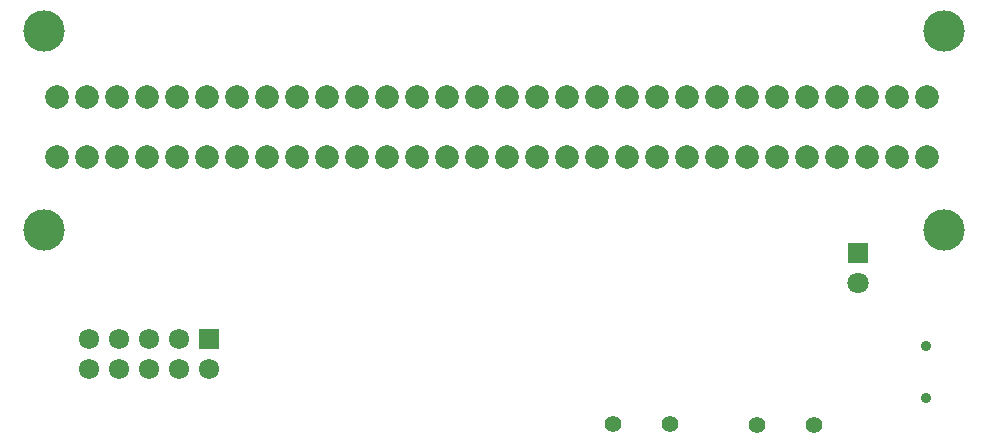
<source format=gbr>
G04 DipTrace 3.3.1.3*
G04 BottomMask.gbr*
%MOIN*%
G04 #@! TF.FileFunction,Soldermask,Bot*
G04 #@! TF.Part,Single*
%ADD37C,0.137795*%
%ADD38C,0.035433*%
%ADD43C,0.055874*%
%ADD53R,0.067874X0.067874*%
%ADD55C,0.067874*%
%ADD61C,0.07874*%
%ADD65C,0.070866*%
%ADD67R,0.070866X0.070866*%
%FSLAX26Y26*%
G04*
G70*
G90*
G75*
G01*
G04 BotMask*
%LPD*%
D67*
X3256201Y1168701D3*
D65*
Y1068701D3*
D37*
X3543701Y1906201D3*
Y1243701D3*
X543701Y1906201D3*
Y1243701D3*
D61*
X3484753Y1687297D3*
Y1487297D3*
X3384753Y1687297D3*
Y1487297D3*
X2984753Y1687297D3*
Y1487297D3*
X2884753Y1687297D3*
Y1487297D3*
X2784753Y1687297D3*
Y1487297D3*
X2484753D3*
Y1687297D3*
X2384753D3*
Y1487297D3*
X1984753D3*
X1884753D3*
X1784753D3*
X1684753D3*
X1584753D3*
X584753D3*
X684753D3*
X784753D3*
X884753D3*
X984753D3*
X1084753D3*
X1184753D3*
X1284753D3*
X1384753D3*
X1484753D3*
X1984753Y1687297D3*
X1884753D3*
X1784753D3*
X1684753D3*
X1584753D3*
X1484753D3*
X1384753D3*
X1284753D3*
X1184753D3*
X1084753D3*
X984753D3*
X884753D3*
X784753D3*
X684753D3*
X584753D3*
X2084753Y1487297D3*
Y1687297D3*
X2184753D3*
Y1487297D3*
X2284753Y1687297D3*
Y1487297D3*
X2584753D3*
Y1687297D3*
X2684753D3*
Y1487297D3*
X3084753D3*
Y1687297D3*
X3184753Y1487297D3*
Y1687297D3*
X3284753Y1487297D3*
Y1687297D3*
D38*
X3483966Y682647D3*
Y855875D3*
D55*
X693701Y781201D3*
Y881201D3*
X793701D3*
Y781201D3*
X893701Y881201D3*
Y781201D3*
X993701Y881201D3*
Y781201D3*
X1093701D3*
D53*
Y881201D3*
D43*
X2918790Y593718D3*
X3108790D3*
X2628697Y597873D3*
X2438697D3*
M02*

</source>
